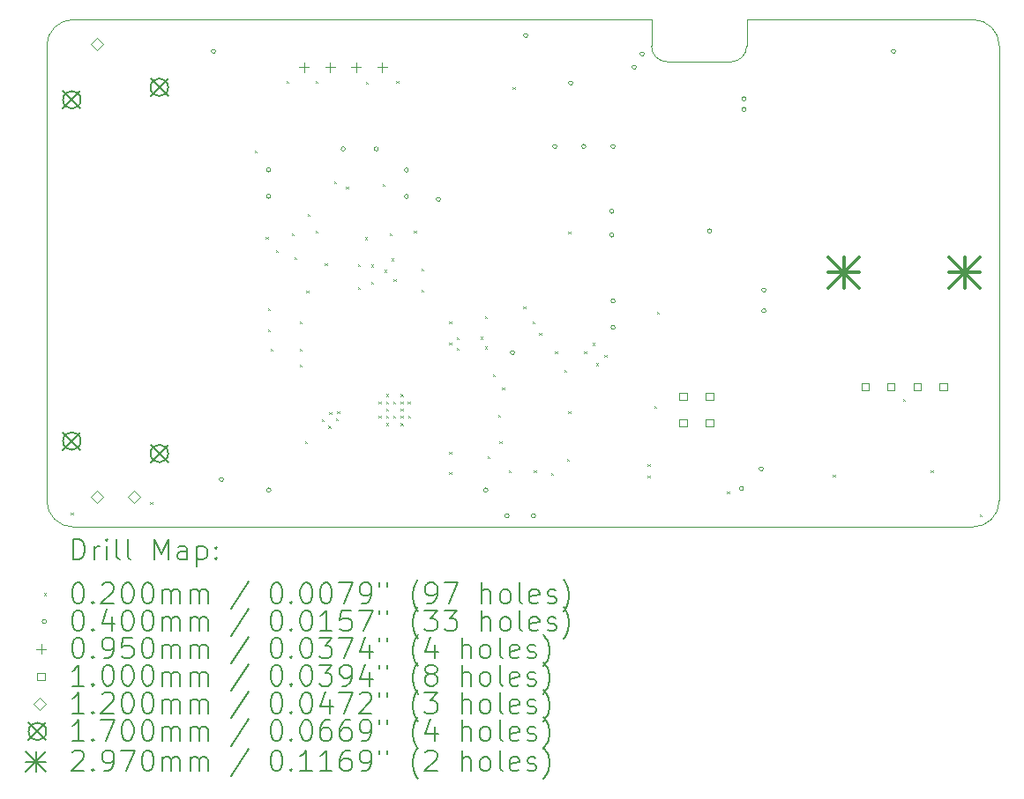
<source format=gbr>
%TF.GenerationSoftware,KiCad,Pcbnew,(6.0.9)*%
%TF.CreationDate,2024-01-21T16:39:31-05:00*%
%TF.ProjectId,v1-USMX,76312d55-534d-4582-9e6b-696361645f70,rev?*%
%TF.SameCoordinates,Original*%
%TF.FileFunction,Drillmap*%
%TF.FilePolarity,Positive*%
%FSLAX45Y45*%
G04 Gerber Fmt 4.5, Leading zero omitted, Abs format (unit mm)*
G04 Created by KiCad (PCBNEW (6.0.9)) date 2024-01-21 16:39:31*
%MOMM*%
%LPD*%
G01*
G04 APERTURE LIST*
%ADD10C,0.100000*%
%ADD11C,0.200000*%
%ADD12C,0.020000*%
%ADD13C,0.040000*%
%ADD14C,0.095000*%
%ADD15C,0.120000*%
%ADD16C,0.170000*%
%ADD17C,0.297000*%
G04 APERTURE END LIST*
D10*
X15659100Y-8280400D02*
X15659100Y-8026400D01*
X16421100Y-8432800D02*
X15811500Y-8432800D01*
X18999200Y-8280400D02*
X18999200Y-12649200D01*
X15659100Y-8026400D02*
X10109200Y-8026400D01*
X10109200Y-8026400D02*
G75*
G03*
X9855200Y-8280400I0J-254000D01*
G01*
X18999200Y-8280400D02*
G75*
G03*
X18745200Y-8026400I-254000J0D01*
G01*
X9855200Y-12649200D02*
G75*
G03*
X10109200Y-12903200I254000J0D01*
G01*
X18745200Y-12903200D02*
G75*
G03*
X18999200Y-12649200I0J254000D01*
G01*
X15659100Y-8280400D02*
G75*
G03*
X15811500Y-8432800I152400J0D01*
G01*
X10109200Y-12903200D02*
X18745200Y-12903200D01*
X16573500Y-8280400D02*
X16573500Y-8026400D01*
X9855200Y-8280400D02*
X9855200Y-12649200D01*
X16421100Y-8432800D02*
G75*
G03*
X16573500Y-8280400I0J152400D01*
G01*
X18745200Y-8026400D02*
X16573500Y-8026400D01*
D11*
D12*
X10086500Y-12766200D02*
X10106500Y-12786200D01*
X10106500Y-12766200D02*
X10086500Y-12786200D01*
X10848500Y-12664600D02*
X10868500Y-12684600D01*
X10868500Y-12664600D02*
X10848500Y-12684600D01*
X11851800Y-9286400D02*
X11871800Y-9306400D01*
X11871800Y-9286400D02*
X11851800Y-9306400D01*
X11958480Y-10114440D02*
X11978480Y-10134440D01*
X11978480Y-10114440D02*
X11958480Y-10134440D01*
X11978800Y-10797700D02*
X11998800Y-10817700D01*
X11998800Y-10797700D02*
X11978800Y-10817700D01*
X11978800Y-11000900D02*
X11998800Y-11020900D01*
X11998800Y-11000900D02*
X11978800Y-11020900D01*
X12004200Y-11191400D02*
X12024200Y-11211400D01*
X12024200Y-11191400D02*
X12004200Y-11211400D01*
X12055000Y-10238900D02*
X12075000Y-10258900D01*
X12075000Y-10238900D02*
X12055000Y-10258900D01*
X12156600Y-8613300D02*
X12176600Y-8633300D01*
X12176600Y-8613300D02*
X12156600Y-8633300D01*
X12205600Y-10078400D02*
X12225600Y-10098400D01*
X12225600Y-10078400D02*
X12205600Y-10098400D01*
X12232800Y-10307480D02*
X12252800Y-10327480D01*
X12252800Y-10307480D02*
X12232800Y-10327480D01*
X12283600Y-10924700D02*
X12303600Y-10944700D01*
X12303600Y-10924700D02*
X12283600Y-10944700D01*
X12283600Y-11191400D02*
X12303600Y-11211400D01*
X12303600Y-11191400D02*
X12283600Y-11211400D01*
X12283600Y-11343800D02*
X12303600Y-11363800D01*
X12303600Y-11343800D02*
X12283600Y-11363800D01*
X12334400Y-12079550D02*
X12354400Y-12099550D01*
X12354400Y-12079550D02*
X12334400Y-12099550D01*
X12347100Y-10632600D02*
X12367100Y-10652600D01*
X12367100Y-10632600D02*
X12347100Y-10652600D01*
X12359800Y-9896000D02*
X12379800Y-9916000D01*
X12379800Y-9896000D02*
X12359800Y-9916000D01*
X12436000Y-8613300D02*
X12456000Y-8633300D01*
X12456000Y-8613300D02*
X12436000Y-8633300D01*
X12436000Y-10053480D02*
X12456000Y-10073480D01*
X12456000Y-10053480D02*
X12436000Y-10073480D01*
X12495930Y-11868070D02*
X12515930Y-11888070D01*
X12515930Y-11868070D02*
X12495930Y-11888070D01*
X12524900Y-10365900D02*
X12544900Y-10385900D01*
X12544900Y-10365900D02*
X12524900Y-10385900D01*
X12559430Y-11931570D02*
X12579430Y-11951570D01*
X12579430Y-11931570D02*
X12559430Y-11951570D01*
X12566570Y-11797430D02*
X12586570Y-11817430D01*
X12586570Y-11797430D02*
X12566570Y-11817430D01*
X12613800Y-9578500D02*
X12633800Y-9598500D01*
X12633800Y-9578500D02*
X12613800Y-9598500D01*
X12630070Y-11860930D02*
X12650070Y-11880930D01*
X12650070Y-11860930D02*
X12630070Y-11880930D01*
X12642770Y-11791870D02*
X12662770Y-11811870D01*
X12662770Y-11791870D02*
X12642770Y-11811870D01*
X12726650Y-9629300D02*
X12746650Y-9649300D01*
X12746650Y-9629300D02*
X12726650Y-9649300D01*
X12841500Y-10595301D02*
X12861500Y-10615301D01*
X12861500Y-10595301D02*
X12841500Y-10615301D01*
X12842400Y-10378600D02*
X12862400Y-10398600D01*
X12862400Y-10378600D02*
X12842400Y-10398600D01*
X12912270Y-10118270D02*
X12932270Y-10138270D01*
X12932270Y-10118270D02*
X12912270Y-10138270D01*
X12918600Y-8626000D02*
X12938600Y-8646000D01*
X12938600Y-8626000D02*
X12918600Y-8646000D01*
X12968500Y-10381850D02*
X12988500Y-10401850D01*
X12988500Y-10381850D02*
X12968500Y-10401850D01*
X12968500Y-10544451D02*
X12988500Y-10564451D01*
X12988500Y-10544451D02*
X12968500Y-10564451D01*
X13040860Y-11696860D02*
X13060860Y-11716860D01*
X13060860Y-11696860D02*
X13040860Y-11716860D01*
X13040860Y-11834020D02*
X13060860Y-11854020D01*
X13060860Y-11834020D02*
X13040860Y-11854020D01*
X13080275Y-9607325D02*
X13100275Y-9627325D01*
X13100275Y-9607325D02*
X13080275Y-9627325D01*
X13096400Y-10431800D02*
X13116400Y-10451800D01*
X13116400Y-10431800D02*
X13096400Y-10451800D01*
X13111980Y-11625740D02*
X13131980Y-11645740D01*
X13131980Y-11625740D02*
X13111980Y-11645740D01*
X13111980Y-11696860D02*
X13131980Y-11716860D01*
X13131980Y-11696860D02*
X13111980Y-11716860D01*
X13111980Y-11765440D02*
X13131980Y-11785440D01*
X13131980Y-11765440D02*
X13111980Y-11785440D01*
X13111980Y-11834020D02*
X13131980Y-11854020D01*
X13131980Y-11834020D02*
X13111980Y-11854020D01*
X13111980Y-11905140D02*
X13131980Y-11925140D01*
X13131980Y-11905140D02*
X13111980Y-11925140D01*
X13145000Y-10078400D02*
X13165000Y-10098400D01*
X13165000Y-10078400D02*
X13145000Y-10098400D01*
X13165220Y-10320420D02*
X13185220Y-10340420D01*
X13185220Y-10320420D02*
X13165220Y-10340420D01*
X13180560Y-11696860D02*
X13200560Y-11716860D01*
X13200560Y-11696860D02*
X13180560Y-11716860D01*
X13183100Y-11834020D02*
X13203100Y-11854020D01*
X13203100Y-11834020D02*
X13183100Y-11854020D01*
X13184550Y-10518881D02*
X13204550Y-10538881D01*
X13204550Y-10518881D02*
X13184550Y-10538881D01*
X13210700Y-8613300D02*
X13230700Y-8633300D01*
X13230700Y-8613300D02*
X13210700Y-8633300D01*
X13251680Y-11625740D02*
X13271680Y-11645740D01*
X13271680Y-11625740D02*
X13251680Y-11645740D01*
X13251680Y-11696860D02*
X13271680Y-11716860D01*
X13271680Y-11696860D02*
X13251680Y-11716860D01*
X13251680Y-11765440D02*
X13271680Y-11785440D01*
X13271680Y-11765440D02*
X13251680Y-11785440D01*
X13251680Y-11834020D02*
X13271680Y-11854020D01*
X13271680Y-11834020D02*
X13251680Y-11854020D01*
X13251680Y-11905140D02*
X13271680Y-11925140D01*
X13271680Y-11905140D02*
X13251680Y-11925140D01*
X13320260Y-11696860D02*
X13340260Y-11716860D01*
X13340260Y-11696860D02*
X13320260Y-11716860D01*
X13322800Y-11834020D02*
X13342800Y-11854020D01*
X13342800Y-11834020D02*
X13322800Y-11854020D01*
X13380880Y-10053480D02*
X13400880Y-10073480D01*
X13400880Y-10053480D02*
X13380880Y-10073480D01*
X13452000Y-10416700D02*
X13472000Y-10436700D01*
X13472000Y-10416700D02*
X13452000Y-10436700D01*
X13452000Y-10619900D02*
X13472000Y-10639900D01*
X13472000Y-10619900D02*
X13452000Y-10639900D01*
X13718700Y-10924700D02*
X13738700Y-10944700D01*
X13738700Y-10924700D02*
X13718700Y-10944700D01*
X13718700Y-11127900D02*
X13738700Y-11147900D01*
X13738700Y-11127900D02*
X13718700Y-11147900D01*
X13718700Y-12182000D02*
X13738700Y-12202000D01*
X13738700Y-12182000D02*
X13718700Y-12202000D01*
X13718700Y-12372500D02*
X13738700Y-12392500D01*
X13738700Y-12372500D02*
X13718700Y-12392500D01*
X13792050Y-11178700D02*
X13812050Y-11198700D01*
X13812050Y-11178700D02*
X13792050Y-11198700D01*
X13792529Y-11077100D02*
X13812529Y-11097100D01*
X13812529Y-11077100D02*
X13792529Y-11097100D01*
X14018316Y-11075248D02*
X14038316Y-11095248D01*
X14038316Y-11075248D02*
X14018316Y-11095248D01*
X14058820Y-11168780D02*
X14078820Y-11188780D01*
X14078820Y-11168780D02*
X14058820Y-11188780D01*
X14061600Y-10873900D02*
X14081600Y-10893900D01*
X14081600Y-10873900D02*
X14061600Y-10893900D01*
X14087000Y-12220100D02*
X14107000Y-12240100D01*
X14107000Y-12220100D02*
X14087000Y-12240100D01*
X14137800Y-11432700D02*
X14157800Y-11452700D01*
X14157800Y-11432700D02*
X14137800Y-11452700D01*
X14188600Y-11826400D02*
X14208600Y-11846400D01*
X14208600Y-11826400D02*
X14188600Y-11846400D01*
X14201300Y-12080400D02*
X14221300Y-12100400D01*
X14221300Y-12080400D02*
X14201300Y-12100400D01*
X14226700Y-11559700D02*
X14246700Y-11579700D01*
X14246700Y-11559700D02*
X14226700Y-11579700D01*
X14290200Y-12359800D02*
X14310200Y-12379800D01*
X14310200Y-12359800D02*
X14290200Y-12379800D01*
X14328300Y-8676800D02*
X14348300Y-8696800D01*
X14348300Y-8676800D02*
X14328300Y-8696800D01*
X14429900Y-10785000D02*
X14449900Y-10805000D01*
X14449900Y-10785000D02*
X14429900Y-10805000D01*
X14518800Y-10925550D02*
X14538800Y-10945550D01*
X14538800Y-10925550D02*
X14518800Y-10945550D01*
X14531492Y-12358842D02*
X14551492Y-12378842D01*
X14551492Y-12358842D02*
X14531492Y-12378842D01*
X14582300Y-11039000D02*
X14602300Y-11059000D01*
X14602300Y-11039000D02*
X14582300Y-11059000D01*
X14694400Y-12385200D02*
X14714400Y-12405200D01*
X14714400Y-12385200D02*
X14694400Y-12405200D01*
X14734700Y-11216800D02*
X14754700Y-11236800D01*
X14754700Y-11216800D02*
X14734700Y-11236800D01*
X14823600Y-11394959D02*
X14843600Y-11414959D01*
X14843600Y-11394959D02*
X14823600Y-11414959D01*
X14849000Y-12245500D02*
X14869000Y-12265500D01*
X14869000Y-12245500D02*
X14849000Y-12265500D01*
X14861700Y-10061100D02*
X14881700Y-10081100D01*
X14881700Y-10061100D02*
X14861700Y-10081100D01*
X14861700Y-11788300D02*
X14881700Y-11808300D01*
X14881700Y-11788300D02*
X14861700Y-11808300D01*
X15013450Y-11217521D02*
X15033450Y-11237521D01*
X15033450Y-11217521D02*
X15013450Y-11237521D01*
X15096685Y-11134285D02*
X15116685Y-11154285D01*
X15116685Y-11134285D02*
X15096685Y-11154285D01*
X15126516Y-11330587D02*
X15146516Y-11350587D01*
X15146516Y-11330587D02*
X15126516Y-11350587D01*
X15209752Y-11247352D02*
X15229752Y-11267352D01*
X15229752Y-11247352D02*
X15209752Y-11267352D01*
X15623700Y-12296350D02*
X15643700Y-12316350D01*
X15643700Y-12296350D02*
X15623700Y-12316350D01*
X15623700Y-12406450D02*
X15643700Y-12426450D01*
X15643700Y-12406450D02*
X15623700Y-12426450D01*
X15687200Y-11737500D02*
X15707200Y-11757500D01*
X15707200Y-11737500D02*
X15687200Y-11757500D01*
X15712600Y-10835800D02*
X15732600Y-10855800D01*
X15732600Y-10835800D02*
X15712600Y-10855800D01*
X16385700Y-12563000D02*
X16405700Y-12583000D01*
X16405700Y-12563000D02*
X16385700Y-12583000D01*
X17401700Y-12397900D02*
X17421700Y-12417900D01*
X17421700Y-12397900D02*
X17401700Y-12417900D01*
X18074800Y-11674000D02*
X18094800Y-11694000D01*
X18094800Y-11674000D02*
X18074800Y-11694000D01*
X18341500Y-12359800D02*
X18361500Y-12379800D01*
X18361500Y-12359800D02*
X18341500Y-12379800D01*
X18811400Y-12778900D02*
X18831400Y-12798900D01*
X18831400Y-12778900D02*
X18811400Y-12798900D01*
D13*
X11475400Y-8331200D02*
G75*
G03*
X11475400Y-8331200I-20000J0D01*
G01*
X11551600Y-12446000D02*
G75*
G03*
X11551600Y-12446000I-20000J0D01*
G01*
X12004100Y-9472200D02*
G75*
G03*
X12004100Y-9472200I-20000J0D01*
G01*
X12004100Y-9726200D02*
G75*
G03*
X12004100Y-9726200I-20000J0D01*
G01*
X12006600Y-12547600D02*
G75*
G03*
X12006600Y-12547600I-20000J0D01*
G01*
X12721100Y-9269900D02*
G75*
G03*
X12721100Y-9269900I-20000J0D01*
G01*
X13038600Y-9269900D02*
G75*
G03*
X13038600Y-9269900I-20000J0D01*
G01*
X13327400Y-9472200D02*
G75*
G03*
X13327400Y-9472200I-20000J0D01*
G01*
X13327400Y-9726200D02*
G75*
G03*
X13327400Y-9726200I-20000J0D01*
G01*
X13634400Y-9753600D02*
G75*
G03*
X13634400Y-9753600I-20000J0D01*
G01*
X14089400Y-12547600D02*
G75*
G03*
X14089400Y-12547600I-20000J0D01*
G01*
X14292600Y-12795000D02*
G75*
G03*
X14292600Y-12795000I-20000J0D01*
G01*
X14345600Y-11226800D02*
G75*
G03*
X14345600Y-11226800I-20000J0D01*
G01*
X14472600Y-8178800D02*
G75*
G03*
X14472600Y-8178800I-20000J0D01*
G01*
X14546600Y-12795000D02*
G75*
G03*
X14546600Y-12795000I-20000J0D01*
G01*
X14752000Y-9245600D02*
G75*
G03*
X14752000Y-9245600I-20000J0D01*
G01*
X14904400Y-8636000D02*
G75*
G03*
X14904400Y-8636000I-20000J0D01*
G01*
X15030400Y-9245600D02*
G75*
G03*
X15030400Y-9245600I-20000J0D01*
G01*
X15298100Y-9867900D02*
G75*
G03*
X15298100Y-9867900I-20000J0D01*
G01*
X15298100Y-10096500D02*
G75*
G03*
X15298100Y-10096500I-20000J0D01*
G01*
X15310800Y-9245600D02*
G75*
G03*
X15310800Y-9245600I-20000J0D01*
G01*
X15310800Y-10731500D02*
G75*
G03*
X15310800Y-10731500I-20000J0D01*
G01*
X15310800Y-10985500D02*
G75*
G03*
X15310800Y-10985500I-20000J0D01*
G01*
X15514000Y-8483600D02*
G75*
G03*
X15514000Y-8483600I-20000J0D01*
G01*
X15590200Y-8356600D02*
G75*
G03*
X15590200Y-8356600I-20000J0D01*
G01*
X16238400Y-10058400D02*
G75*
G03*
X16238400Y-10058400I-20000J0D01*
G01*
X16543247Y-12534353D02*
G75*
G03*
X16543247Y-12534353I-20000J0D01*
G01*
X16568100Y-8788400D02*
G75*
G03*
X16568100Y-8788400I-20000J0D01*
G01*
X16568100Y-8890000D02*
G75*
G03*
X16568100Y-8890000I-20000J0D01*
G01*
X16733200Y-12344400D02*
G75*
G03*
X16733200Y-12344400I-20000J0D01*
G01*
X16758600Y-10625650D02*
G75*
G03*
X16758600Y-10625650I-20000J0D01*
G01*
X16758600Y-10825550D02*
G75*
G03*
X16758600Y-10825550I-20000J0D01*
G01*
X18003200Y-8331200D02*
G75*
G03*
X18003200Y-8331200I-20000J0D01*
G01*
D14*
X12325000Y-8437800D02*
X12325000Y-8532800D01*
X12277500Y-8485300D02*
X12372500Y-8485300D01*
X12575000Y-8437800D02*
X12575000Y-8532800D01*
X12527500Y-8485300D02*
X12622500Y-8485300D01*
X12825000Y-8437800D02*
X12825000Y-8532800D01*
X12777500Y-8485300D02*
X12872500Y-8485300D01*
X13075000Y-8437800D02*
X13075000Y-8532800D01*
X13027500Y-8485300D02*
X13122500Y-8485300D01*
D10*
X15999256Y-11681256D02*
X15999256Y-11610544D01*
X15928544Y-11610544D01*
X15928544Y-11681256D01*
X15999256Y-11681256D01*
X15999256Y-11935256D02*
X15999256Y-11864544D01*
X15928544Y-11864544D01*
X15928544Y-11935256D01*
X15999256Y-11935256D01*
X16253256Y-11681256D02*
X16253256Y-11610544D01*
X16182544Y-11610544D01*
X16182544Y-11681256D01*
X16253256Y-11681256D01*
X16253256Y-11935256D02*
X16253256Y-11864544D01*
X16182544Y-11864544D01*
X16182544Y-11935256D01*
X16253256Y-11935256D01*
X17745156Y-11591656D02*
X17745156Y-11520944D01*
X17674444Y-11520944D01*
X17674444Y-11591656D01*
X17745156Y-11591656D01*
X17995156Y-11591656D02*
X17995156Y-11520944D01*
X17924444Y-11520944D01*
X17924444Y-11591656D01*
X17995156Y-11591656D01*
X18245156Y-11591656D02*
X18245156Y-11520944D01*
X18174444Y-11520944D01*
X18174444Y-11591656D01*
X18245156Y-11591656D01*
X18495156Y-11591656D02*
X18495156Y-11520944D01*
X18424444Y-11520944D01*
X18424444Y-11591656D01*
X18495156Y-11591656D01*
D15*
X10340600Y-8322300D02*
X10400600Y-8262300D01*
X10340600Y-8202300D01*
X10280600Y-8262300D01*
X10340600Y-8322300D01*
X10340600Y-12672300D02*
X10400600Y-12612300D01*
X10340600Y-12552300D01*
X10280600Y-12612300D01*
X10340600Y-12672300D01*
X10690600Y-12672300D02*
X10750600Y-12612300D01*
X10690600Y-12552300D01*
X10630600Y-12612300D01*
X10690600Y-12672300D01*
D16*
X10010600Y-8712300D02*
X10180600Y-8882300D01*
X10180600Y-8712300D02*
X10010600Y-8882300D01*
X10180600Y-8797300D02*
G75*
G03*
X10180600Y-8797300I-85000J0D01*
G01*
X10010600Y-11992300D02*
X10180600Y-12162300D01*
X10180600Y-11992300D02*
X10010600Y-12162300D01*
X10180600Y-12077300D02*
G75*
G03*
X10180600Y-12077300I-85000J0D01*
G01*
X10850600Y-8592300D02*
X11020600Y-8762300D01*
X11020600Y-8592300D02*
X10850600Y-8762300D01*
X11020600Y-8677300D02*
G75*
G03*
X11020600Y-8677300I-85000J0D01*
G01*
X10850600Y-12112300D02*
X11020600Y-12282300D01*
X11020600Y-12112300D02*
X10850600Y-12282300D01*
X11020600Y-12197300D02*
G75*
G03*
X11020600Y-12197300I-85000J0D01*
G01*
D17*
X17356300Y-10307800D02*
X17653300Y-10604800D01*
X17653300Y-10307800D02*
X17356300Y-10604800D01*
X17504800Y-10307800D02*
X17504800Y-10604800D01*
X17356300Y-10456300D02*
X17653300Y-10456300D01*
X18516300Y-10307800D02*
X18813300Y-10604800D01*
X18813300Y-10307800D02*
X18516300Y-10604800D01*
X18664800Y-10307800D02*
X18664800Y-10604800D01*
X18516300Y-10456300D02*
X18813300Y-10456300D01*
D11*
X10107819Y-13218676D02*
X10107819Y-13018676D01*
X10155438Y-13018676D01*
X10184009Y-13028200D01*
X10203057Y-13047248D01*
X10212581Y-13066295D01*
X10222105Y-13104390D01*
X10222105Y-13132962D01*
X10212581Y-13171057D01*
X10203057Y-13190105D01*
X10184009Y-13209152D01*
X10155438Y-13218676D01*
X10107819Y-13218676D01*
X10307819Y-13218676D02*
X10307819Y-13085343D01*
X10307819Y-13123438D02*
X10317343Y-13104390D01*
X10326867Y-13094867D01*
X10345914Y-13085343D01*
X10364962Y-13085343D01*
X10431628Y-13218676D02*
X10431628Y-13085343D01*
X10431628Y-13018676D02*
X10422105Y-13028200D01*
X10431628Y-13037724D01*
X10441152Y-13028200D01*
X10431628Y-13018676D01*
X10431628Y-13037724D01*
X10555438Y-13218676D02*
X10536390Y-13209152D01*
X10526867Y-13190105D01*
X10526867Y-13018676D01*
X10660200Y-13218676D02*
X10641152Y-13209152D01*
X10631628Y-13190105D01*
X10631628Y-13018676D01*
X10888771Y-13218676D02*
X10888771Y-13018676D01*
X10955438Y-13161533D01*
X11022105Y-13018676D01*
X11022105Y-13218676D01*
X11203057Y-13218676D02*
X11203057Y-13113914D01*
X11193533Y-13094867D01*
X11174486Y-13085343D01*
X11136390Y-13085343D01*
X11117343Y-13094867D01*
X11203057Y-13209152D02*
X11184009Y-13218676D01*
X11136390Y-13218676D01*
X11117343Y-13209152D01*
X11107819Y-13190105D01*
X11107819Y-13171057D01*
X11117343Y-13152009D01*
X11136390Y-13142486D01*
X11184009Y-13142486D01*
X11203057Y-13132962D01*
X11298295Y-13085343D02*
X11298295Y-13285343D01*
X11298295Y-13094867D02*
X11317343Y-13085343D01*
X11355438Y-13085343D01*
X11374486Y-13094867D01*
X11384009Y-13104390D01*
X11393533Y-13123438D01*
X11393533Y-13180581D01*
X11384009Y-13199628D01*
X11374486Y-13209152D01*
X11355438Y-13218676D01*
X11317343Y-13218676D01*
X11298295Y-13209152D01*
X11479247Y-13199628D02*
X11488771Y-13209152D01*
X11479247Y-13218676D01*
X11469724Y-13209152D01*
X11479247Y-13199628D01*
X11479247Y-13218676D01*
X11479247Y-13094867D02*
X11488771Y-13104390D01*
X11479247Y-13113914D01*
X11469724Y-13104390D01*
X11479247Y-13094867D01*
X11479247Y-13113914D01*
D12*
X9830200Y-13538200D02*
X9850200Y-13558200D01*
X9850200Y-13538200D02*
X9830200Y-13558200D01*
D11*
X10145914Y-13438676D02*
X10164962Y-13438676D01*
X10184009Y-13448200D01*
X10193533Y-13457724D01*
X10203057Y-13476771D01*
X10212581Y-13514867D01*
X10212581Y-13562486D01*
X10203057Y-13600581D01*
X10193533Y-13619628D01*
X10184009Y-13629152D01*
X10164962Y-13638676D01*
X10145914Y-13638676D01*
X10126867Y-13629152D01*
X10117343Y-13619628D01*
X10107819Y-13600581D01*
X10098295Y-13562486D01*
X10098295Y-13514867D01*
X10107819Y-13476771D01*
X10117343Y-13457724D01*
X10126867Y-13448200D01*
X10145914Y-13438676D01*
X10298295Y-13619628D02*
X10307819Y-13629152D01*
X10298295Y-13638676D01*
X10288771Y-13629152D01*
X10298295Y-13619628D01*
X10298295Y-13638676D01*
X10384009Y-13457724D02*
X10393533Y-13448200D01*
X10412581Y-13438676D01*
X10460200Y-13438676D01*
X10479248Y-13448200D01*
X10488771Y-13457724D01*
X10498295Y-13476771D01*
X10498295Y-13495819D01*
X10488771Y-13524390D01*
X10374486Y-13638676D01*
X10498295Y-13638676D01*
X10622105Y-13438676D02*
X10641152Y-13438676D01*
X10660200Y-13448200D01*
X10669724Y-13457724D01*
X10679248Y-13476771D01*
X10688771Y-13514867D01*
X10688771Y-13562486D01*
X10679248Y-13600581D01*
X10669724Y-13619628D01*
X10660200Y-13629152D01*
X10641152Y-13638676D01*
X10622105Y-13638676D01*
X10603057Y-13629152D01*
X10593533Y-13619628D01*
X10584009Y-13600581D01*
X10574486Y-13562486D01*
X10574486Y-13514867D01*
X10584009Y-13476771D01*
X10593533Y-13457724D01*
X10603057Y-13448200D01*
X10622105Y-13438676D01*
X10812581Y-13438676D02*
X10831628Y-13438676D01*
X10850676Y-13448200D01*
X10860200Y-13457724D01*
X10869724Y-13476771D01*
X10879248Y-13514867D01*
X10879248Y-13562486D01*
X10869724Y-13600581D01*
X10860200Y-13619628D01*
X10850676Y-13629152D01*
X10831628Y-13638676D01*
X10812581Y-13638676D01*
X10793533Y-13629152D01*
X10784009Y-13619628D01*
X10774486Y-13600581D01*
X10764962Y-13562486D01*
X10764962Y-13514867D01*
X10774486Y-13476771D01*
X10784009Y-13457724D01*
X10793533Y-13448200D01*
X10812581Y-13438676D01*
X10964962Y-13638676D02*
X10964962Y-13505343D01*
X10964962Y-13524390D02*
X10974486Y-13514867D01*
X10993533Y-13505343D01*
X11022105Y-13505343D01*
X11041152Y-13514867D01*
X11050676Y-13533914D01*
X11050676Y-13638676D01*
X11050676Y-13533914D02*
X11060200Y-13514867D01*
X11079248Y-13505343D01*
X11107819Y-13505343D01*
X11126867Y-13514867D01*
X11136390Y-13533914D01*
X11136390Y-13638676D01*
X11231628Y-13638676D02*
X11231628Y-13505343D01*
X11231628Y-13524390D02*
X11241152Y-13514867D01*
X11260200Y-13505343D01*
X11288771Y-13505343D01*
X11307819Y-13514867D01*
X11317343Y-13533914D01*
X11317343Y-13638676D01*
X11317343Y-13533914D02*
X11326866Y-13514867D01*
X11345914Y-13505343D01*
X11374486Y-13505343D01*
X11393533Y-13514867D01*
X11403057Y-13533914D01*
X11403057Y-13638676D01*
X11793533Y-13429152D02*
X11622105Y-13686295D01*
X12050676Y-13438676D02*
X12069724Y-13438676D01*
X12088771Y-13448200D01*
X12098295Y-13457724D01*
X12107819Y-13476771D01*
X12117343Y-13514867D01*
X12117343Y-13562486D01*
X12107819Y-13600581D01*
X12098295Y-13619628D01*
X12088771Y-13629152D01*
X12069724Y-13638676D01*
X12050676Y-13638676D01*
X12031628Y-13629152D01*
X12022105Y-13619628D01*
X12012581Y-13600581D01*
X12003057Y-13562486D01*
X12003057Y-13514867D01*
X12012581Y-13476771D01*
X12022105Y-13457724D01*
X12031628Y-13448200D01*
X12050676Y-13438676D01*
X12203057Y-13619628D02*
X12212581Y-13629152D01*
X12203057Y-13638676D01*
X12193533Y-13629152D01*
X12203057Y-13619628D01*
X12203057Y-13638676D01*
X12336390Y-13438676D02*
X12355438Y-13438676D01*
X12374486Y-13448200D01*
X12384009Y-13457724D01*
X12393533Y-13476771D01*
X12403057Y-13514867D01*
X12403057Y-13562486D01*
X12393533Y-13600581D01*
X12384009Y-13619628D01*
X12374486Y-13629152D01*
X12355438Y-13638676D01*
X12336390Y-13638676D01*
X12317343Y-13629152D01*
X12307819Y-13619628D01*
X12298295Y-13600581D01*
X12288771Y-13562486D01*
X12288771Y-13514867D01*
X12298295Y-13476771D01*
X12307819Y-13457724D01*
X12317343Y-13448200D01*
X12336390Y-13438676D01*
X12526866Y-13438676D02*
X12545914Y-13438676D01*
X12564962Y-13448200D01*
X12574486Y-13457724D01*
X12584009Y-13476771D01*
X12593533Y-13514867D01*
X12593533Y-13562486D01*
X12584009Y-13600581D01*
X12574486Y-13619628D01*
X12564962Y-13629152D01*
X12545914Y-13638676D01*
X12526866Y-13638676D01*
X12507819Y-13629152D01*
X12498295Y-13619628D01*
X12488771Y-13600581D01*
X12479247Y-13562486D01*
X12479247Y-13514867D01*
X12488771Y-13476771D01*
X12498295Y-13457724D01*
X12507819Y-13448200D01*
X12526866Y-13438676D01*
X12660200Y-13438676D02*
X12793533Y-13438676D01*
X12707819Y-13638676D01*
X12879247Y-13638676D02*
X12917343Y-13638676D01*
X12936390Y-13629152D01*
X12945914Y-13619628D01*
X12964962Y-13591057D01*
X12974486Y-13552962D01*
X12974486Y-13476771D01*
X12964962Y-13457724D01*
X12955438Y-13448200D01*
X12936390Y-13438676D01*
X12898295Y-13438676D01*
X12879247Y-13448200D01*
X12869724Y-13457724D01*
X12860200Y-13476771D01*
X12860200Y-13524390D01*
X12869724Y-13543438D01*
X12879247Y-13552962D01*
X12898295Y-13562486D01*
X12936390Y-13562486D01*
X12955438Y-13552962D01*
X12964962Y-13543438D01*
X12974486Y-13524390D01*
X13050676Y-13438676D02*
X13050676Y-13476771D01*
X13126866Y-13438676D02*
X13126866Y-13476771D01*
X13422105Y-13714867D02*
X13412581Y-13705343D01*
X13393533Y-13676771D01*
X13384009Y-13657724D01*
X13374486Y-13629152D01*
X13364962Y-13581533D01*
X13364962Y-13543438D01*
X13374486Y-13495819D01*
X13384009Y-13467248D01*
X13393533Y-13448200D01*
X13412581Y-13419628D01*
X13422105Y-13410105D01*
X13507819Y-13638676D02*
X13545914Y-13638676D01*
X13564962Y-13629152D01*
X13574486Y-13619628D01*
X13593533Y-13591057D01*
X13603057Y-13552962D01*
X13603057Y-13476771D01*
X13593533Y-13457724D01*
X13584009Y-13448200D01*
X13564962Y-13438676D01*
X13526866Y-13438676D01*
X13507819Y-13448200D01*
X13498295Y-13457724D01*
X13488771Y-13476771D01*
X13488771Y-13524390D01*
X13498295Y-13543438D01*
X13507819Y-13552962D01*
X13526866Y-13562486D01*
X13564962Y-13562486D01*
X13584009Y-13552962D01*
X13593533Y-13543438D01*
X13603057Y-13524390D01*
X13669724Y-13438676D02*
X13803057Y-13438676D01*
X13717343Y-13638676D01*
X14031628Y-13638676D02*
X14031628Y-13438676D01*
X14117343Y-13638676D02*
X14117343Y-13533914D01*
X14107819Y-13514867D01*
X14088771Y-13505343D01*
X14060200Y-13505343D01*
X14041152Y-13514867D01*
X14031628Y-13524390D01*
X14241152Y-13638676D02*
X14222105Y-13629152D01*
X14212581Y-13619628D01*
X14203057Y-13600581D01*
X14203057Y-13543438D01*
X14212581Y-13524390D01*
X14222105Y-13514867D01*
X14241152Y-13505343D01*
X14269724Y-13505343D01*
X14288771Y-13514867D01*
X14298295Y-13524390D01*
X14307819Y-13543438D01*
X14307819Y-13600581D01*
X14298295Y-13619628D01*
X14288771Y-13629152D01*
X14269724Y-13638676D01*
X14241152Y-13638676D01*
X14422105Y-13638676D02*
X14403057Y-13629152D01*
X14393533Y-13610105D01*
X14393533Y-13438676D01*
X14574486Y-13629152D02*
X14555438Y-13638676D01*
X14517343Y-13638676D01*
X14498295Y-13629152D01*
X14488771Y-13610105D01*
X14488771Y-13533914D01*
X14498295Y-13514867D01*
X14517343Y-13505343D01*
X14555438Y-13505343D01*
X14574486Y-13514867D01*
X14584009Y-13533914D01*
X14584009Y-13552962D01*
X14488771Y-13572009D01*
X14660200Y-13629152D02*
X14679247Y-13638676D01*
X14717343Y-13638676D01*
X14736390Y-13629152D01*
X14745914Y-13610105D01*
X14745914Y-13600581D01*
X14736390Y-13581533D01*
X14717343Y-13572009D01*
X14688771Y-13572009D01*
X14669724Y-13562486D01*
X14660200Y-13543438D01*
X14660200Y-13533914D01*
X14669724Y-13514867D01*
X14688771Y-13505343D01*
X14717343Y-13505343D01*
X14736390Y-13514867D01*
X14812581Y-13714867D02*
X14822105Y-13705343D01*
X14841152Y-13676771D01*
X14850676Y-13657724D01*
X14860200Y-13629152D01*
X14869724Y-13581533D01*
X14869724Y-13543438D01*
X14860200Y-13495819D01*
X14850676Y-13467248D01*
X14841152Y-13448200D01*
X14822105Y-13419628D01*
X14812581Y-13410105D01*
D13*
X9850200Y-13812200D02*
G75*
G03*
X9850200Y-13812200I-20000J0D01*
G01*
D11*
X10145914Y-13702676D02*
X10164962Y-13702676D01*
X10184009Y-13712200D01*
X10193533Y-13721724D01*
X10203057Y-13740771D01*
X10212581Y-13778867D01*
X10212581Y-13826486D01*
X10203057Y-13864581D01*
X10193533Y-13883628D01*
X10184009Y-13893152D01*
X10164962Y-13902676D01*
X10145914Y-13902676D01*
X10126867Y-13893152D01*
X10117343Y-13883628D01*
X10107819Y-13864581D01*
X10098295Y-13826486D01*
X10098295Y-13778867D01*
X10107819Y-13740771D01*
X10117343Y-13721724D01*
X10126867Y-13712200D01*
X10145914Y-13702676D01*
X10298295Y-13883628D02*
X10307819Y-13893152D01*
X10298295Y-13902676D01*
X10288771Y-13893152D01*
X10298295Y-13883628D01*
X10298295Y-13902676D01*
X10479248Y-13769343D02*
X10479248Y-13902676D01*
X10431628Y-13693152D02*
X10384009Y-13836009D01*
X10507819Y-13836009D01*
X10622105Y-13702676D02*
X10641152Y-13702676D01*
X10660200Y-13712200D01*
X10669724Y-13721724D01*
X10679248Y-13740771D01*
X10688771Y-13778867D01*
X10688771Y-13826486D01*
X10679248Y-13864581D01*
X10669724Y-13883628D01*
X10660200Y-13893152D01*
X10641152Y-13902676D01*
X10622105Y-13902676D01*
X10603057Y-13893152D01*
X10593533Y-13883628D01*
X10584009Y-13864581D01*
X10574486Y-13826486D01*
X10574486Y-13778867D01*
X10584009Y-13740771D01*
X10593533Y-13721724D01*
X10603057Y-13712200D01*
X10622105Y-13702676D01*
X10812581Y-13702676D02*
X10831628Y-13702676D01*
X10850676Y-13712200D01*
X10860200Y-13721724D01*
X10869724Y-13740771D01*
X10879248Y-13778867D01*
X10879248Y-13826486D01*
X10869724Y-13864581D01*
X10860200Y-13883628D01*
X10850676Y-13893152D01*
X10831628Y-13902676D01*
X10812581Y-13902676D01*
X10793533Y-13893152D01*
X10784009Y-13883628D01*
X10774486Y-13864581D01*
X10764962Y-13826486D01*
X10764962Y-13778867D01*
X10774486Y-13740771D01*
X10784009Y-13721724D01*
X10793533Y-13712200D01*
X10812581Y-13702676D01*
X10964962Y-13902676D02*
X10964962Y-13769343D01*
X10964962Y-13788390D02*
X10974486Y-13778867D01*
X10993533Y-13769343D01*
X11022105Y-13769343D01*
X11041152Y-13778867D01*
X11050676Y-13797914D01*
X11050676Y-13902676D01*
X11050676Y-13797914D02*
X11060200Y-13778867D01*
X11079248Y-13769343D01*
X11107819Y-13769343D01*
X11126867Y-13778867D01*
X11136390Y-13797914D01*
X11136390Y-13902676D01*
X11231628Y-13902676D02*
X11231628Y-13769343D01*
X11231628Y-13788390D02*
X11241152Y-13778867D01*
X11260200Y-13769343D01*
X11288771Y-13769343D01*
X11307819Y-13778867D01*
X11317343Y-13797914D01*
X11317343Y-13902676D01*
X11317343Y-13797914D02*
X11326866Y-13778867D01*
X11345914Y-13769343D01*
X11374486Y-13769343D01*
X11393533Y-13778867D01*
X11403057Y-13797914D01*
X11403057Y-13902676D01*
X11793533Y-13693152D02*
X11622105Y-13950295D01*
X12050676Y-13702676D02*
X12069724Y-13702676D01*
X12088771Y-13712200D01*
X12098295Y-13721724D01*
X12107819Y-13740771D01*
X12117343Y-13778867D01*
X12117343Y-13826486D01*
X12107819Y-13864581D01*
X12098295Y-13883628D01*
X12088771Y-13893152D01*
X12069724Y-13902676D01*
X12050676Y-13902676D01*
X12031628Y-13893152D01*
X12022105Y-13883628D01*
X12012581Y-13864581D01*
X12003057Y-13826486D01*
X12003057Y-13778867D01*
X12012581Y-13740771D01*
X12022105Y-13721724D01*
X12031628Y-13712200D01*
X12050676Y-13702676D01*
X12203057Y-13883628D02*
X12212581Y-13893152D01*
X12203057Y-13902676D01*
X12193533Y-13893152D01*
X12203057Y-13883628D01*
X12203057Y-13902676D01*
X12336390Y-13702676D02*
X12355438Y-13702676D01*
X12374486Y-13712200D01*
X12384009Y-13721724D01*
X12393533Y-13740771D01*
X12403057Y-13778867D01*
X12403057Y-13826486D01*
X12393533Y-13864581D01*
X12384009Y-13883628D01*
X12374486Y-13893152D01*
X12355438Y-13902676D01*
X12336390Y-13902676D01*
X12317343Y-13893152D01*
X12307819Y-13883628D01*
X12298295Y-13864581D01*
X12288771Y-13826486D01*
X12288771Y-13778867D01*
X12298295Y-13740771D01*
X12307819Y-13721724D01*
X12317343Y-13712200D01*
X12336390Y-13702676D01*
X12593533Y-13902676D02*
X12479247Y-13902676D01*
X12536390Y-13902676D02*
X12536390Y-13702676D01*
X12517343Y-13731248D01*
X12498295Y-13750295D01*
X12479247Y-13759819D01*
X12774486Y-13702676D02*
X12679247Y-13702676D01*
X12669724Y-13797914D01*
X12679247Y-13788390D01*
X12698295Y-13778867D01*
X12745914Y-13778867D01*
X12764962Y-13788390D01*
X12774486Y-13797914D01*
X12784009Y-13816962D01*
X12784009Y-13864581D01*
X12774486Y-13883628D01*
X12764962Y-13893152D01*
X12745914Y-13902676D01*
X12698295Y-13902676D01*
X12679247Y-13893152D01*
X12669724Y-13883628D01*
X12850676Y-13702676D02*
X12984009Y-13702676D01*
X12898295Y-13902676D01*
X13050676Y-13702676D02*
X13050676Y-13740771D01*
X13126866Y-13702676D02*
X13126866Y-13740771D01*
X13422105Y-13978867D02*
X13412581Y-13969343D01*
X13393533Y-13940771D01*
X13384009Y-13921724D01*
X13374486Y-13893152D01*
X13364962Y-13845533D01*
X13364962Y-13807438D01*
X13374486Y-13759819D01*
X13384009Y-13731248D01*
X13393533Y-13712200D01*
X13412581Y-13683628D01*
X13422105Y-13674105D01*
X13479247Y-13702676D02*
X13603057Y-13702676D01*
X13536390Y-13778867D01*
X13564962Y-13778867D01*
X13584009Y-13788390D01*
X13593533Y-13797914D01*
X13603057Y-13816962D01*
X13603057Y-13864581D01*
X13593533Y-13883628D01*
X13584009Y-13893152D01*
X13564962Y-13902676D01*
X13507819Y-13902676D01*
X13488771Y-13893152D01*
X13479247Y-13883628D01*
X13669724Y-13702676D02*
X13793533Y-13702676D01*
X13726866Y-13778867D01*
X13755438Y-13778867D01*
X13774486Y-13788390D01*
X13784009Y-13797914D01*
X13793533Y-13816962D01*
X13793533Y-13864581D01*
X13784009Y-13883628D01*
X13774486Y-13893152D01*
X13755438Y-13902676D01*
X13698295Y-13902676D01*
X13679247Y-13893152D01*
X13669724Y-13883628D01*
X14031628Y-13902676D02*
X14031628Y-13702676D01*
X14117343Y-13902676D02*
X14117343Y-13797914D01*
X14107819Y-13778867D01*
X14088771Y-13769343D01*
X14060200Y-13769343D01*
X14041152Y-13778867D01*
X14031628Y-13788390D01*
X14241152Y-13902676D02*
X14222105Y-13893152D01*
X14212581Y-13883628D01*
X14203057Y-13864581D01*
X14203057Y-13807438D01*
X14212581Y-13788390D01*
X14222105Y-13778867D01*
X14241152Y-13769343D01*
X14269724Y-13769343D01*
X14288771Y-13778867D01*
X14298295Y-13788390D01*
X14307819Y-13807438D01*
X14307819Y-13864581D01*
X14298295Y-13883628D01*
X14288771Y-13893152D01*
X14269724Y-13902676D01*
X14241152Y-13902676D01*
X14422105Y-13902676D02*
X14403057Y-13893152D01*
X14393533Y-13874105D01*
X14393533Y-13702676D01*
X14574486Y-13893152D02*
X14555438Y-13902676D01*
X14517343Y-13902676D01*
X14498295Y-13893152D01*
X14488771Y-13874105D01*
X14488771Y-13797914D01*
X14498295Y-13778867D01*
X14517343Y-13769343D01*
X14555438Y-13769343D01*
X14574486Y-13778867D01*
X14584009Y-13797914D01*
X14584009Y-13816962D01*
X14488771Y-13836009D01*
X14660200Y-13893152D02*
X14679247Y-13902676D01*
X14717343Y-13902676D01*
X14736390Y-13893152D01*
X14745914Y-13874105D01*
X14745914Y-13864581D01*
X14736390Y-13845533D01*
X14717343Y-13836009D01*
X14688771Y-13836009D01*
X14669724Y-13826486D01*
X14660200Y-13807438D01*
X14660200Y-13797914D01*
X14669724Y-13778867D01*
X14688771Y-13769343D01*
X14717343Y-13769343D01*
X14736390Y-13778867D01*
X14812581Y-13978867D02*
X14822105Y-13969343D01*
X14841152Y-13940771D01*
X14850676Y-13921724D01*
X14860200Y-13893152D01*
X14869724Y-13845533D01*
X14869724Y-13807438D01*
X14860200Y-13759819D01*
X14850676Y-13731248D01*
X14841152Y-13712200D01*
X14822105Y-13683628D01*
X14812581Y-13674105D01*
D14*
X9802700Y-14028700D02*
X9802700Y-14123700D01*
X9755200Y-14076200D02*
X9850200Y-14076200D01*
D11*
X10145914Y-13966676D02*
X10164962Y-13966676D01*
X10184009Y-13976200D01*
X10193533Y-13985724D01*
X10203057Y-14004771D01*
X10212581Y-14042867D01*
X10212581Y-14090486D01*
X10203057Y-14128581D01*
X10193533Y-14147628D01*
X10184009Y-14157152D01*
X10164962Y-14166676D01*
X10145914Y-14166676D01*
X10126867Y-14157152D01*
X10117343Y-14147628D01*
X10107819Y-14128581D01*
X10098295Y-14090486D01*
X10098295Y-14042867D01*
X10107819Y-14004771D01*
X10117343Y-13985724D01*
X10126867Y-13976200D01*
X10145914Y-13966676D01*
X10298295Y-14147628D02*
X10307819Y-14157152D01*
X10298295Y-14166676D01*
X10288771Y-14157152D01*
X10298295Y-14147628D01*
X10298295Y-14166676D01*
X10403057Y-14166676D02*
X10441152Y-14166676D01*
X10460200Y-14157152D01*
X10469724Y-14147628D01*
X10488771Y-14119057D01*
X10498295Y-14080962D01*
X10498295Y-14004771D01*
X10488771Y-13985724D01*
X10479248Y-13976200D01*
X10460200Y-13966676D01*
X10422105Y-13966676D01*
X10403057Y-13976200D01*
X10393533Y-13985724D01*
X10384009Y-14004771D01*
X10384009Y-14052390D01*
X10393533Y-14071438D01*
X10403057Y-14080962D01*
X10422105Y-14090486D01*
X10460200Y-14090486D01*
X10479248Y-14080962D01*
X10488771Y-14071438D01*
X10498295Y-14052390D01*
X10679248Y-13966676D02*
X10584009Y-13966676D01*
X10574486Y-14061914D01*
X10584009Y-14052390D01*
X10603057Y-14042867D01*
X10650676Y-14042867D01*
X10669724Y-14052390D01*
X10679248Y-14061914D01*
X10688771Y-14080962D01*
X10688771Y-14128581D01*
X10679248Y-14147628D01*
X10669724Y-14157152D01*
X10650676Y-14166676D01*
X10603057Y-14166676D01*
X10584009Y-14157152D01*
X10574486Y-14147628D01*
X10812581Y-13966676D02*
X10831628Y-13966676D01*
X10850676Y-13976200D01*
X10860200Y-13985724D01*
X10869724Y-14004771D01*
X10879248Y-14042867D01*
X10879248Y-14090486D01*
X10869724Y-14128581D01*
X10860200Y-14147628D01*
X10850676Y-14157152D01*
X10831628Y-14166676D01*
X10812581Y-14166676D01*
X10793533Y-14157152D01*
X10784009Y-14147628D01*
X10774486Y-14128581D01*
X10764962Y-14090486D01*
X10764962Y-14042867D01*
X10774486Y-14004771D01*
X10784009Y-13985724D01*
X10793533Y-13976200D01*
X10812581Y-13966676D01*
X10964962Y-14166676D02*
X10964962Y-14033343D01*
X10964962Y-14052390D02*
X10974486Y-14042867D01*
X10993533Y-14033343D01*
X11022105Y-14033343D01*
X11041152Y-14042867D01*
X11050676Y-14061914D01*
X11050676Y-14166676D01*
X11050676Y-14061914D02*
X11060200Y-14042867D01*
X11079248Y-14033343D01*
X11107819Y-14033343D01*
X11126867Y-14042867D01*
X11136390Y-14061914D01*
X11136390Y-14166676D01*
X11231628Y-14166676D02*
X11231628Y-14033343D01*
X11231628Y-14052390D02*
X11241152Y-14042867D01*
X11260200Y-14033343D01*
X11288771Y-14033343D01*
X11307819Y-14042867D01*
X11317343Y-14061914D01*
X11317343Y-14166676D01*
X11317343Y-14061914D02*
X11326866Y-14042867D01*
X11345914Y-14033343D01*
X11374486Y-14033343D01*
X11393533Y-14042867D01*
X11403057Y-14061914D01*
X11403057Y-14166676D01*
X11793533Y-13957152D02*
X11622105Y-14214295D01*
X12050676Y-13966676D02*
X12069724Y-13966676D01*
X12088771Y-13976200D01*
X12098295Y-13985724D01*
X12107819Y-14004771D01*
X12117343Y-14042867D01*
X12117343Y-14090486D01*
X12107819Y-14128581D01*
X12098295Y-14147628D01*
X12088771Y-14157152D01*
X12069724Y-14166676D01*
X12050676Y-14166676D01*
X12031628Y-14157152D01*
X12022105Y-14147628D01*
X12012581Y-14128581D01*
X12003057Y-14090486D01*
X12003057Y-14042867D01*
X12012581Y-14004771D01*
X12022105Y-13985724D01*
X12031628Y-13976200D01*
X12050676Y-13966676D01*
X12203057Y-14147628D02*
X12212581Y-14157152D01*
X12203057Y-14166676D01*
X12193533Y-14157152D01*
X12203057Y-14147628D01*
X12203057Y-14166676D01*
X12336390Y-13966676D02*
X12355438Y-13966676D01*
X12374486Y-13976200D01*
X12384009Y-13985724D01*
X12393533Y-14004771D01*
X12403057Y-14042867D01*
X12403057Y-14090486D01*
X12393533Y-14128581D01*
X12384009Y-14147628D01*
X12374486Y-14157152D01*
X12355438Y-14166676D01*
X12336390Y-14166676D01*
X12317343Y-14157152D01*
X12307819Y-14147628D01*
X12298295Y-14128581D01*
X12288771Y-14090486D01*
X12288771Y-14042867D01*
X12298295Y-14004771D01*
X12307819Y-13985724D01*
X12317343Y-13976200D01*
X12336390Y-13966676D01*
X12469724Y-13966676D02*
X12593533Y-13966676D01*
X12526866Y-14042867D01*
X12555438Y-14042867D01*
X12574486Y-14052390D01*
X12584009Y-14061914D01*
X12593533Y-14080962D01*
X12593533Y-14128581D01*
X12584009Y-14147628D01*
X12574486Y-14157152D01*
X12555438Y-14166676D01*
X12498295Y-14166676D01*
X12479247Y-14157152D01*
X12469724Y-14147628D01*
X12660200Y-13966676D02*
X12793533Y-13966676D01*
X12707819Y-14166676D01*
X12955438Y-14033343D02*
X12955438Y-14166676D01*
X12907819Y-13957152D02*
X12860200Y-14100009D01*
X12984009Y-14100009D01*
X13050676Y-13966676D02*
X13050676Y-14004771D01*
X13126866Y-13966676D02*
X13126866Y-14004771D01*
X13422105Y-14242867D02*
X13412581Y-14233343D01*
X13393533Y-14204771D01*
X13384009Y-14185724D01*
X13374486Y-14157152D01*
X13364962Y-14109533D01*
X13364962Y-14071438D01*
X13374486Y-14023819D01*
X13384009Y-13995248D01*
X13393533Y-13976200D01*
X13412581Y-13947628D01*
X13422105Y-13938105D01*
X13584009Y-14033343D02*
X13584009Y-14166676D01*
X13536390Y-13957152D02*
X13488771Y-14100009D01*
X13612581Y-14100009D01*
X13841152Y-14166676D02*
X13841152Y-13966676D01*
X13926866Y-14166676D02*
X13926866Y-14061914D01*
X13917343Y-14042867D01*
X13898295Y-14033343D01*
X13869724Y-14033343D01*
X13850676Y-14042867D01*
X13841152Y-14052390D01*
X14050676Y-14166676D02*
X14031628Y-14157152D01*
X14022105Y-14147628D01*
X14012581Y-14128581D01*
X14012581Y-14071438D01*
X14022105Y-14052390D01*
X14031628Y-14042867D01*
X14050676Y-14033343D01*
X14079247Y-14033343D01*
X14098295Y-14042867D01*
X14107819Y-14052390D01*
X14117343Y-14071438D01*
X14117343Y-14128581D01*
X14107819Y-14147628D01*
X14098295Y-14157152D01*
X14079247Y-14166676D01*
X14050676Y-14166676D01*
X14231628Y-14166676D02*
X14212581Y-14157152D01*
X14203057Y-14138105D01*
X14203057Y-13966676D01*
X14384009Y-14157152D02*
X14364962Y-14166676D01*
X14326866Y-14166676D01*
X14307819Y-14157152D01*
X14298295Y-14138105D01*
X14298295Y-14061914D01*
X14307819Y-14042867D01*
X14326866Y-14033343D01*
X14364962Y-14033343D01*
X14384009Y-14042867D01*
X14393533Y-14061914D01*
X14393533Y-14080962D01*
X14298295Y-14100009D01*
X14469724Y-14157152D02*
X14488771Y-14166676D01*
X14526866Y-14166676D01*
X14545914Y-14157152D01*
X14555438Y-14138105D01*
X14555438Y-14128581D01*
X14545914Y-14109533D01*
X14526866Y-14100009D01*
X14498295Y-14100009D01*
X14479247Y-14090486D01*
X14469724Y-14071438D01*
X14469724Y-14061914D01*
X14479247Y-14042867D01*
X14498295Y-14033343D01*
X14526866Y-14033343D01*
X14545914Y-14042867D01*
X14622105Y-14242867D02*
X14631628Y-14233343D01*
X14650676Y-14204771D01*
X14660200Y-14185724D01*
X14669724Y-14157152D01*
X14679247Y-14109533D01*
X14679247Y-14071438D01*
X14669724Y-14023819D01*
X14660200Y-13995248D01*
X14650676Y-13976200D01*
X14631628Y-13947628D01*
X14622105Y-13938105D01*
D10*
X9835556Y-14375556D02*
X9835556Y-14304844D01*
X9764844Y-14304844D01*
X9764844Y-14375556D01*
X9835556Y-14375556D01*
D11*
X10212581Y-14430676D02*
X10098295Y-14430676D01*
X10155438Y-14430676D02*
X10155438Y-14230676D01*
X10136390Y-14259248D01*
X10117343Y-14278295D01*
X10098295Y-14287819D01*
X10298295Y-14411628D02*
X10307819Y-14421152D01*
X10298295Y-14430676D01*
X10288771Y-14421152D01*
X10298295Y-14411628D01*
X10298295Y-14430676D01*
X10431628Y-14230676D02*
X10450676Y-14230676D01*
X10469724Y-14240200D01*
X10479248Y-14249724D01*
X10488771Y-14268771D01*
X10498295Y-14306867D01*
X10498295Y-14354486D01*
X10488771Y-14392581D01*
X10479248Y-14411628D01*
X10469724Y-14421152D01*
X10450676Y-14430676D01*
X10431628Y-14430676D01*
X10412581Y-14421152D01*
X10403057Y-14411628D01*
X10393533Y-14392581D01*
X10384009Y-14354486D01*
X10384009Y-14306867D01*
X10393533Y-14268771D01*
X10403057Y-14249724D01*
X10412581Y-14240200D01*
X10431628Y-14230676D01*
X10622105Y-14230676D02*
X10641152Y-14230676D01*
X10660200Y-14240200D01*
X10669724Y-14249724D01*
X10679248Y-14268771D01*
X10688771Y-14306867D01*
X10688771Y-14354486D01*
X10679248Y-14392581D01*
X10669724Y-14411628D01*
X10660200Y-14421152D01*
X10641152Y-14430676D01*
X10622105Y-14430676D01*
X10603057Y-14421152D01*
X10593533Y-14411628D01*
X10584009Y-14392581D01*
X10574486Y-14354486D01*
X10574486Y-14306867D01*
X10584009Y-14268771D01*
X10593533Y-14249724D01*
X10603057Y-14240200D01*
X10622105Y-14230676D01*
X10812581Y-14230676D02*
X10831628Y-14230676D01*
X10850676Y-14240200D01*
X10860200Y-14249724D01*
X10869724Y-14268771D01*
X10879248Y-14306867D01*
X10879248Y-14354486D01*
X10869724Y-14392581D01*
X10860200Y-14411628D01*
X10850676Y-14421152D01*
X10831628Y-14430676D01*
X10812581Y-14430676D01*
X10793533Y-14421152D01*
X10784009Y-14411628D01*
X10774486Y-14392581D01*
X10764962Y-14354486D01*
X10764962Y-14306867D01*
X10774486Y-14268771D01*
X10784009Y-14249724D01*
X10793533Y-14240200D01*
X10812581Y-14230676D01*
X10964962Y-14430676D02*
X10964962Y-14297343D01*
X10964962Y-14316390D02*
X10974486Y-14306867D01*
X10993533Y-14297343D01*
X11022105Y-14297343D01*
X11041152Y-14306867D01*
X11050676Y-14325914D01*
X11050676Y-14430676D01*
X11050676Y-14325914D02*
X11060200Y-14306867D01*
X11079248Y-14297343D01*
X11107819Y-14297343D01*
X11126867Y-14306867D01*
X11136390Y-14325914D01*
X11136390Y-14430676D01*
X11231628Y-14430676D02*
X11231628Y-14297343D01*
X11231628Y-14316390D02*
X11241152Y-14306867D01*
X11260200Y-14297343D01*
X11288771Y-14297343D01*
X11307819Y-14306867D01*
X11317343Y-14325914D01*
X11317343Y-14430676D01*
X11317343Y-14325914D02*
X11326866Y-14306867D01*
X11345914Y-14297343D01*
X11374486Y-14297343D01*
X11393533Y-14306867D01*
X11403057Y-14325914D01*
X11403057Y-14430676D01*
X11793533Y-14221152D02*
X11622105Y-14478295D01*
X12050676Y-14230676D02*
X12069724Y-14230676D01*
X12088771Y-14240200D01*
X12098295Y-14249724D01*
X12107819Y-14268771D01*
X12117343Y-14306867D01*
X12117343Y-14354486D01*
X12107819Y-14392581D01*
X12098295Y-14411628D01*
X12088771Y-14421152D01*
X12069724Y-14430676D01*
X12050676Y-14430676D01*
X12031628Y-14421152D01*
X12022105Y-14411628D01*
X12012581Y-14392581D01*
X12003057Y-14354486D01*
X12003057Y-14306867D01*
X12012581Y-14268771D01*
X12022105Y-14249724D01*
X12031628Y-14240200D01*
X12050676Y-14230676D01*
X12203057Y-14411628D02*
X12212581Y-14421152D01*
X12203057Y-14430676D01*
X12193533Y-14421152D01*
X12203057Y-14411628D01*
X12203057Y-14430676D01*
X12336390Y-14230676D02*
X12355438Y-14230676D01*
X12374486Y-14240200D01*
X12384009Y-14249724D01*
X12393533Y-14268771D01*
X12403057Y-14306867D01*
X12403057Y-14354486D01*
X12393533Y-14392581D01*
X12384009Y-14411628D01*
X12374486Y-14421152D01*
X12355438Y-14430676D01*
X12336390Y-14430676D01*
X12317343Y-14421152D01*
X12307819Y-14411628D01*
X12298295Y-14392581D01*
X12288771Y-14354486D01*
X12288771Y-14306867D01*
X12298295Y-14268771D01*
X12307819Y-14249724D01*
X12317343Y-14240200D01*
X12336390Y-14230676D01*
X12469724Y-14230676D02*
X12593533Y-14230676D01*
X12526866Y-14306867D01*
X12555438Y-14306867D01*
X12574486Y-14316390D01*
X12584009Y-14325914D01*
X12593533Y-14344962D01*
X12593533Y-14392581D01*
X12584009Y-14411628D01*
X12574486Y-14421152D01*
X12555438Y-14430676D01*
X12498295Y-14430676D01*
X12479247Y-14421152D01*
X12469724Y-14411628D01*
X12688771Y-14430676D02*
X12726866Y-14430676D01*
X12745914Y-14421152D01*
X12755438Y-14411628D01*
X12774486Y-14383057D01*
X12784009Y-14344962D01*
X12784009Y-14268771D01*
X12774486Y-14249724D01*
X12764962Y-14240200D01*
X12745914Y-14230676D01*
X12707819Y-14230676D01*
X12688771Y-14240200D01*
X12679247Y-14249724D01*
X12669724Y-14268771D01*
X12669724Y-14316390D01*
X12679247Y-14335438D01*
X12688771Y-14344962D01*
X12707819Y-14354486D01*
X12745914Y-14354486D01*
X12764962Y-14344962D01*
X12774486Y-14335438D01*
X12784009Y-14316390D01*
X12955438Y-14297343D02*
X12955438Y-14430676D01*
X12907819Y-14221152D02*
X12860200Y-14364009D01*
X12984009Y-14364009D01*
X13050676Y-14230676D02*
X13050676Y-14268771D01*
X13126866Y-14230676D02*
X13126866Y-14268771D01*
X13422105Y-14506867D02*
X13412581Y-14497343D01*
X13393533Y-14468771D01*
X13384009Y-14449724D01*
X13374486Y-14421152D01*
X13364962Y-14373533D01*
X13364962Y-14335438D01*
X13374486Y-14287819D01*
X13384009Y-14259248D01*
X13393533Y-14240200D01*
X13412581Y-14211628D01*
X13422105Y-14202105D01*
X13526866Y-14316390D02*
X13507819Y-14306867D01*
X13498295Y-14297343D01*
X13488771Y-14278295D01*
X13488771Y-14268771D01*
X13498295Y-14249724D01*
X13507819Y-14240200D01*
X13526866Y-14230676D01*
X13564962Y-14230676D01*
X13584009Y-14240200D01*
X13593533Y-14249724D01*
X13603057Y-14268771D01*
X13603057Y-14278295D01*
X13593533Y-14297343D01*
X13584009Y-14306867D01*
X13564962Y-14316390D01*
X13526866Y-14316390D01*
X13507819Y-14325914D01*
X13498295Y-14335438D01*
X13488771Y-14354486D01*
X13488771Y-14392581D01*
X13498295Y-14411628D01*
X13507819Y-14421152D01*
X13526866Y-14430676D01*
X13564962Y-14430676D01*
X13584009Y-14421152D01*
X13593533Y-14411628D01*
X13603057Y-14392581D01*
X13603057Y-14354486D01*
X13593533Y-14335438D01*
X13584009Y-14325914D01*
X13564962Y-14316390D01*
X13841152Y-14430676D02*
X13841152Y-14230676D01*
X13926866Y-14430676D02*
X13926866Y-14325914D01*
X13917343Y-14306867D01*
X13898295Y-14297343D01*
X13869724Y-14297343D01*
X13850676Y-14306867D01*
X13841152Y-14316390D01*
X14050676Y-14430676D02*
X14031628Y-14421152D01*
X14022105Y-14411628D01*
X14012581Y-14392581D01*
X14012581Y-14335438D01*
X14022105Y-14316390D01*
X14031628Y-14306867D01*
X14050676Y-14297343D01*
X14079247Y-14297343D01*
X14098295Y-14306867D01*
X14107819Y-14316390D01*
X14117343Y-14335438D01*
X14117343Y-14392581D01*
X14107819Y-14411628D01*
X14098295Y-14421152D01*
X14079247Y-14430676D01*
X14050676Y-14430676D01*
X14231628Y-14430676D02*
X14212581Y-14421152D01*
X14203057Y-14402105D01*
X14203057Y-14230676D01*
X14384009Y-14421152D02*
X14364962Y-14430676D01*
X14326866Y-14430676D01*
X14307819Y-14421152D01*
X14298295Y-14402105D01*
X14298295Y-14325914D01*
X14307819Y-14306867D01*
X14326866Y-14297343D01*
X14364962Y-14297343D01*
X14384009Y-14306867D01*
X14393533Y-14325914D01*
X14393533Y-14344962D01*
X14298295Y-14364009D01*
X14469724Y-14421152D02*
X14488771Y-14430676D01*
X14526866Y-14430676D01*
X14545914Y-14421152D01*
X14555438Y-14402105D01*
X14555438Y-14392581D01*
X14545914Y-14373533D01*
X14526866Y-14364009D01*
X14498295Y-14364009D01*
X14479247Y-14354486D01*
X14469724Y-14335438D01*
X14469724Y-14325914D01*
X14479247Y-14306867D01*
X14498295Y-14297343D01*
X14526866Y-14297343D01*
X14545914Y-14306867D01*
X14622105Y-14506867D02*
X14631628Y-14497343D01*
X14650676Y-14468771D01*
X14660200Y-14449724D01*
X14669724Y-14421152D01*
X14679247Y-14373533D01*
X14679247Y-14335438D01*
X14669724Y-14287819D01*
X14660200Y-14259248D01*
X14650676Y-14240200D01*
X14631628Y-14211628D01*
X14622105Y-14202105D01*
D15*
X9790200Y-14664200D02*
X9850200Y-14604200D01*
X9790200Y-14544200D01*
X9730200Y-14604200D01*
X9790200Y-14664200D01*
D11*
X10212581Y-14694676D02*
X10098295Y-14694676D01*
X10155438Y-14694676D02*
X10155438Y-14494676D01*
X10136390Y-14523248D01*
X10117343Y-14542295D01*
X10098295Y-14551819D01*
X10298295Y-14675628D02*
X10307819Y-14685152D01*
X10298295Y-14694676D01*
X10288771Y-14685152D01*
X10298295Y-14675628D01*
X10298295Y-14694676D01*
X10384009Y-14513724D02*
X10393533Y-14504200D01*
X10412581Y-14494676D01*
X10460200Y-14494676D01*
X10479248Y-14504200D01*
X10488771Y-14513724D01*
X10498295Y-14532771D01*
X10498295Y-14551819D01*
X10488771Y-14580390D01*
X10374486Y-14694676D01*
X10498295Y-14694676D01*
X10622105Y-14494676D02*
X10641152Y-14494676D01*
X10660200Y-14504200D01*
X10669724Y-14513724D01*
X10679248Y-14532771D01*
X10688771Y-14570867D01*
X10688771Y-14618486D01*
X10679248Y-14656581D01*
X10669724Y-14675628D01*
X10660200Y-14685152D01*
X10641152Y-14694676D01*
X10622105Y-14694676D01*
X10603057Y-14685152D01*
X10593533Y-14675628D01*
X10584009Y-14656581D01*
X10574486Y-14618486D01*
X10574486Y-14570867D01*
X10584009Y-14532771D01*
X10593533Y-14513724D01*
X10603057Y-14504200D01*
X10622105Y-14494676D01*
X10812581Y-14494676D02*
X10831628Y-14494676D01*
X10850676Y-14504200D01*
X10860200Y-14513724D01*
X10869724Y-14532771D01*
X10879248Y-14570867D01*
X10879248Y-14618486D01*
X10869724Y-14656581D01*
X10860200Y-14675628D01*
X10850676Y-14685152D01*
X10831628Y-14694676D01*
X10812581Y-14694676D01*
X10793533Y-14685152D01*
X10784009Y-14675628D01*
X10774486Y-14656581D01*
X10764962Y-14618486D01*
X10764962Y-14570867D01*
X10774486Y-14532771D01*
X10784009Y-14513724D01*
X10793533Y-14504200D01*
X10812581Y-14494676D01*
X10964962Y-14694676D02*
X10964962Y-14561343D01*
X10964962Y-14580390D02*
X10974486Y-14570867D01*
X10993533Y-14561343D01*
X11022105Y-14561343D01*
X11041152Y-14570867D01*
X11050676Y-14589914D01*
X11050676Y-14694676D01*
X11050676Y-14589914D02*
X11060200Y-14570867D01*
X11079248Y-14561343D01*
X11107819Y-14561343D01*
X11126867Y-14570867D01*
X11136390Y-14589914D01*
X11136390Y-14694676D01*
X11231628Y-14694676D02*
X11231628Y-14561343D01*
X11231628Y-14580390D02*
X11241152Y-14570867D01*
X11260200Y-14561343D01*
X11288771Y-14561343D01*
X11307819Y-14570867D01*
X11317343Y-14589914D01*
X11317343Y-14694676D01*
X11317343Y-14589914D02*
X11326866Y-14570867D01*
X11345914Y-14561343D01*
X11374486Y-14561343D01*
X11393533Y-14570867D01*
X11403057Y-14589914D01*
X11403057Y-14694676D01*
X11793533Y-14485152D02*
X11622105Y-14742295D01*
X12050676Y-14494676D02*
X12069724Y-14494676D01*
X12088771Y-14504200D01*
X12098295Y-14513724D01*
X12107819Y-14532771D01*
X12117343Y-14570867D01*
X12117343Y-14618486D01*
X12107819Y-14656581D01*
X12098295Y-14675628D01*
X12088771Y-14685152D01*
X12069724Y-14694676D01*
X12050676Y-14694676D01*
X12031628Y-14685152D01*
X12022105Y-14675628D01*
X12012581Y-14656581D01*
X12003057Y-14618486D01*
X12003057Y-14570867D01*
X12012581Y-14532771D01*
X12022105Y-14513724D01*
X12031628Y-14504200D01*
X12050676Y-14494676D01*
X12203057Y-14675628D02*
X12212581Y-14685152D01*
X12203057Y-14694676D01*
X12193533Y-14685152D01*
X12203057Y-14675628D01*
X12203057Y-14694676D01*
X12336390Y-14494676D02*
X12355438Y-14494676D01*
X12374486Y-14504200D01*
X12384009Y-14513724D01*
X12393533Y-14532771D01*
X12403057Y-14570867D01*
X12403057Y-14618486D01*
X12393533Y-14656581D01*
X12384009Y-14675628D01*
X12374486Y-14685152D01*
X12355438Y-14694676D01*
X12336390Y-14694676D01*
X12317343Y-14685152D01*
X12307819Y-14675628D01*
X12298295Y-14656581D01*
X12288771Y-14618486D01*
X12288771Y-14570867D01*
X12298295Y-14532771D01*
X12307819Y-14513724D01*
X12317343Y-14504200D01*
X12336390Y-14494676D01*
X12574486Y-14561343D02*
X12574486Y-14694676D01*
X12526866Y-14485152D02*
X12479247Y-14628009D01*
X12603057Y-14628009D01*
X12660200Y-14494676D02*
X12793533Y-14494676D01*
X12707819Y-14694676D01*
X12860200Y-14513724D02*
X12869724Y-14504200D01*
X12888771Y-14494676D01*
X12936390Y-14494676D01*
X12955438Y-14504200D01*
X12964962Y-14513724D01*
X12974486Y-14532771D01*
X12974486Y-14551819D01*
X12964962Y-14580390D01*
X12850676Y-14694676D01*
X12974486Y-14694676D01*
X13050676Y-14494676D02*
X13050676Y-14532771D01*
X13126866Y-14494676D02*
X13126866Y-14532771D01*
X13422105Y-14770867D02*
X13412581Y-14761343D01*
X13393533Y-14732771D01*
X13384009Y-14713724D01*
X13374486Y-14685152D01*
X13364962Y-14637533D01*
X13364962Y-14599438D01*
X13374486Y-14551819D01*
X13384009Y-14523248D01*
X13393533Y-14504200D01*
X13412581Y-14475628D01*
X13422105Y-14466105D01*
X13479247Y-14494676D02*
X13603057Y-14494676D01*
X13536390Y-14570867D01*
X13564962Y-14570867D01*
X13584009Y-14580390D01*
X13593533Y-14589914D01*
X13603057Y-14608962D01*
X13603057Y-14656581D01*
X13593533Y-14675628D01*
X13584009Y-14685152D01*
X13564962Y-14694676D01*
X13507819Y-14694676D01*
X13488771Y-14685152D01*
X13479247Y-14675628D01*
X13841152Y-14694676D02*
X13841152Y-14494676D01*
X13926866Y-14694676D02*
X13926866Y-14589914D01*
X13917343Y-14570867D01*
X13898295Y-14561343D01*
X13869724Y-14561343D01*
X13850676Y-14570867D01*
X13841152Y-14580390D01*
X14050676Y-14694676D02*
X14031628Y-14685152D01*
X14022105Y-14675628D01*
X14012581Y-14656581D01*
X14012581Y-14599438D01*
X14022105Y-14580390D01*
X14031628Y-14570867D01*
X14050676Y-14561343D01*
X14079247Y-14561343D01*
X14098295Y-14570867D01*
X14107819Y-14580390D01*
X14117343Y-14599438D01*
X14117343Y-14656581D01*
X14107819Y-14675628D01*
X14098295Y-14685152D01*
X14079247Y-14694676D01*
X14050676Y-14694676D01*
X14231628Y-14694676D02*
X14212581Y-14685152D01*
X14203057Y-14666105D01*
X14203057Y-14494676D01*
X14384009Y-14685152D02*
X14364962Y-14694676D01*
X14326866Y-14694676D01*
X14307819Y-14685152D01*
X14298295Y-14666105D01*
X14298295Y-14589914D01*
X14307819Y-14570867D01*
X14326866Y-14561343D01*
X14364962Y-14561343D01*
X14384009Y-14570867D01*
X14393533Y-14589914D01*
X14393533Y-14608962D01*
X14298295Y-14628009D01*
X14469724Y-14685152D02*
X14488771Y-14694676D01*
X14526866Y-14694676D01*
X14545914Y-14685152D01*
X14555438Y-14666105D01*
X14555438Y-14656581D01*
X14545914Y-14637533D01*
X14526866Y-14628009D01*
X14498295Y-14628009D01*
X14479247Y-14618486D01*
X14469724Y-14599438D01*
X14469724Y-14589914D01*
X14479247Y-14570867D01*
X14498295Y-14561343D01*
X14526866Y-14561343D01*
X14545914Y-14570867D01*
X14622105Y-14770867D02*
X14631628Y-14761343D01*
X14650676Y-14732771D01*
X14660200Y-14713724D01*
X14669724Y-14685152D01*
X14679247Y-14637533D01*
X14679247Y-14599438D01*
X14669724Y-14551819D01*
X14660200Y-14523248D01*
X14650676Y-14504200D01*
X14631628Y-14475628D01*
X14622105Y-14466105D01*
D16*
X9680200Y-14783200D02*
X9850200Y-14953200D01*
X9850200Y-14783200D02*
X9680200Y-14953200D01*
X9850200Y-14868200D02*
G75*
G03*
X9850200Y-14868200I-85000J0D01*
G01*
D11*
X10212581Y-14958676D02*
X10098295Y-14958676D01*
X10155438Y-14958676D02*
X10155438Y-14758676D01*
X10136390Y-14787248D01*
X10117343Y-14806295D01*
X10098295Y-14815819D01*
X10298295Y-14939628D02*
X10307819Y-14949152D01*
X10298295Y-14958676D01*
X10288771Y-14949152D01*
X10298295Y-14939628D01*
X10298295Y-14958676D01*
X10374486Y-14758676D02*
X10507819Y-14758676D01*
X10422105Y-14958676D01*
X10622105Y-14758676D02*
X10641152Y-14758676D01*
X10660200Y-14768200D01*
X10669724Y-14777724D01*
X10679248Y-14796771D01*
X10688771Y-14834867D01*
X10688771Y-14882486D01*
X10679248Y-14920581D01*
X10669724Y-14939628D01*
X10660200Y-14949152D01*
X10641152Y-14958676D01*
X10622105Y-14958676D01*
X10603057Y-14949152D01*
X10593533Y-14939628D01*
X10584009Y-14920581D01*
X10574486Y-14882486D01*
X10574486Y-14834867D01*
X10584009Y-14796771D01*
X10593533Y-14777724D01*
X10603057Y-14768200D01*
X10622105Y-14758676D01*
X10812581Y-14758676D02*
X10831628Y-14758676D01*
X10850676Y-14768200D01*
X10860200Y-14777724D01*
X10869724Y-14796771D01*
X10879248Y-14834867D01*
X10879248Y-14882486D01*
X10869724Y-14920581D01*
X10860200Y-14939628D01*
X10850676Y-14949152D01*
X10831628Y-14958676D01*
X10812581Y-14958676D01*
X10793533Y-14949152D01*
X10784009Y-14939628D01*
X10774486Y-14920581D01*
X10764962Y-14882486D01*
X10764962Y-14834867D01*
X10774486Y-14796771D01*
X10784009Y-14777724D01*
X10793533Y-14768200D01*
X10812581Y-14758676D01*
X10964962Y-14958676D02*
X10964962Y-14825343D01*
X10964962Y-14844390D02*
X10974486Y-14834867D01*
X10993533Y-14825343D01*
X11022105Y-14825343D01*
X11041152Y-14834867D01*
X11050676Y-14853914D01*
X11050676Y-14958676D01*
X11050676Y-14853914D02*
X11060200Y-14834867D01*
X11079248Y-14825343D01*
X11107819Y-14825343D01*
X11126867Y-14834867D01*
X11136390Y-14853914D01*
X11136390Y-14958676D01*
X11231628Y-14958676D02*
X11231628Y-14825343D01*
X11231628Y-14844390D02*
X11241152Y-14834867D01*
X11260200Y-14825343D01*
X11288771Y-14825343D01*
X11307819Y-14834867D01*
X11317343Y-14853914D01*
X11317343Y-14958676D01*
X11317343Y-14853914D02*
X11326866Y-14834867D01*
X11345914Y-14825343D01*
X11374486Y-14825343D01*
X11393533Y-14834867D01*
X11403057Y-14853914D01*
X11403057Y-14958676D01*
X11793533Y-14749152D02*
X11622105Y-15006295D01*
X12050676Y-14758676D02*
X12069724Y-14758676D01*
X12088771Y-14768200D01*
X12098295Y-14777724D01*
X12107819Y-14796771D01*
X12117343Y-14834867D01*
X12117343Y-14882486D01*
X12107819Y-14920581D01*
X12098295Y-14939628D01*
X12088771Y-14949152D01*
X12069724Y-14958676D01*
X12050676Y-14958676D01*
X12031628Y-14949152D01*
X12022105Y-14939628D01*
X12012581Y-14920581D01*
X12003057Y-14882486D01*
X12003057Y-14834867D01*
X12012581Y-14796771D01*
X12022105Y-14777724D01*
X12031628Y-14768200D01*
X12050676Y-14758676D01*
X12203057Y-14939628D02*
X12212581Y-14949152D01*
X12203057Y-14958676D01*
X12193533Y-14949152D01*
X12203057Y-14939628D01*
X12203057Y-14958676D01*
X12336390Y-14758676D02*
X12355438Y-14758676D01*
X12374486Y-14768200D01*
X12384009Y-14777724D01*
X12393533Y-14796771D01*
X12403057Y-14834867D01*
X12403057Y-14882486D01*
X12393533Y-14920581D01*
X12384009Y-14939628D01*
X12374486Y-14949152D01*
X12355438Y-14958676D01*
X12336390Y-14958676D01*
X12317343Y-14949152D01*
X12307819Y-14939628D01*
X12298295Y-14920581D01*
X12288771Y-14882486D01*
X12288771Y-14834867D01*
X12298295Y-14796771D01*
X12307819Y-14777724D01*
X12317343Y-14768200D01*
X12336390Y-14758676D01*
X12574486Y-14758676D02*
X12536390Y-14758676D01*
X12517343Y-14768200D01*
X12507819Y-14777724D01*
X12488771Y-14806295D01*
X12479247Y-14844390D01*
X12479247Y-14920581D01*
X12488771Y-14939628D01*
X12498295Y-14949152D01*
X12517343Y-14958676D01*
X12555438Y-14958676D01*
X12574486Y-14949152D01*
X12584009Y-14939628D01*
X12593533Y-14920581D01*
X12593533Y-14872962D01*
X12584009Y-14853914D01*
X12574486Y-14844390D01*
X12555438Y-14834867D01*
X12517343Y-14834867D01*
X12498295Y-14844390D01*
X12488771Y-14853914D01*
X12479247Y-14872962D01*
X12764962Y-14758676D02*
X12726866Y-14758676D01*
X12707819Y-14768200D01*
X12698295Y-14777724D01*
X12679247Y-14806295D01*
X12669724Y-14844390D01*
X12669724Y-14920581D01*
X12679247Y-14939628D01*
X12688771Y-14949152D01*
X12707819Y-14958676D01*
X12745914Y-14958676D01*
X12764962Y-14949152D01*
X12774486Y-14939628D01*
X12784009Y-14920581D01*
X12784009Y-14872962D01*
X12774486Y-14853914D01*
X12764962Y-14844390D01*
X12745914Y-14834867D01*
X12707819Y-14834867D01*
X12688771Y-14844390D01*
X12679247Y-14853914D01*
X12669724Y-14872962D01*
X12879247Y-14958676D02*
X12917343Y-14958676D01*
X12936390Y-14949152D01*
X12945914Y-14939628D01*
X12964962Y-14911057D01*
X12974486Y-14872962D01*
X12974486Y-14796771D01*
X12964962Y-14777724D01*
X12955438Y-14768200D01*
X12936390Y-14758676D01*
X12898295Y-14758676D01*
X12879247Y-14768200D01*
X12869724Y-14777724D01*
X12860200Y-14796771D01*
X12860200Y-14844390D01*
X12869724Y-14863438D01*
X12879247Y-14872962D01*
X12898295Y-14882486D01*
X12936390Y-14882486D01*
X12955438Y-14872962D01*
X12964962Y-14863438D01*
X12974486Y-14844390D01*
X13050676Y-14758676D02*
X13050676Y-14796771D01*
X13126866Y-14758676D02*
X13126866Y-14796771D01*
X13422105Y-15034867D02*
X13412581Y-15025343D01*
X13393533Y-14996771D01*
X13384009Y-14977724D01*
X13374486Y-14949152D01*
X13364962Y-14901533D01*
X13364962Y-14863438D01*
X13374486Y-14815819D01*
X13384009Y-14787248D01*
X13393533Y-14768200D01*
X13412581Y-14739628D01*
X13422105Y-14730105D01*
X13584009Y-14825343D02*
X13584009Y-14958676D01*
X13536390Y-14749152D02*
X13488771Y-14892009D01*
X13612581Y-14892009D01*
X13841152Y-14958676D02*
X13841152Y-14758676D01*
X13926866Y-14958676D02*
X13926866Y-14853914D01*
X13917343Y-14834867D01*
X13898295Y-14825343D01*
X13869724Y-14825343D01*
X13850676Y-14834867D01*
X13841152Y-14844390D01*
X14050676Y-14958676D02*
X14031628Y-14949152D01*
X14022105Y-14939628D01*
X14012581Y-14920581D01*
X14012581Y-14863438D01*
X14022105Y-14844390D01*
X14031628Y-14834867D01*
X14050676Y-14825343D01*
X14079247Y-14825343D01*
X14098295Y-14834867D01*
X14107819Y-14844390D01*
X14117343Y-14863438D01*
X14117343Y-14920581D01*
X14107819Y-14939628D01*
X14098295Y-14949152D01*
X14079247Y-14958676D01*
X14050676Y-14958676D01*
X14231628Y-14958676D02*
X14212581Y-14949152D01*
X14203057Y-14930105D01*
X14203057Y-14758676D01*
X14384009Y-14949152D02*
X14364962Y-14958676D01*
X14326866Y-14958676D01*
X14307819Y-14949152D01*
X14298295Y-14930105D01*
X14298295Y-14853914D01*
X14307819Y-14834867D01*
X14326866Y-14825343D01*
X14364962Y-14825343D01*
X14384009Y-14834867D01*
X14393533Y-14853914D01*
X14393533Y-14872962D01*
X14298295Y-14892009D01*
X14469724Y-14949152D02*
X14488771Y-14958676D01*
X14526866Y-14958676D01*
X14545914Y-14949152D01*
X14555438Y-14930105D01*
X14555438Y-14920581D01*
X14545914Y-14901533D01*
X14526866Y-14892009D01*
X14498295Y-14892009D01*
X14479247Y-14882486D01*
X14469724Y-14863438D01*
X14469724Y-14853914D01*
X14479247Y-14834867D01*
X14498295Y-14825343D01*
X14526866Y-14825343D01*
X14545914Y-14834867D01*
X14622105Y-15034867D02*
X14631628Y-15025343D01*
X14650676Y-14996771D01*
X14660200Y-14977724D01*
X14669724Y-14949152D01*
X14679247Y-14901533D01*
X14679247Y-14863438D01*
X14669724Y-14815819D01*
X14660200Y-14787248D01*
X14650676Y-14768200D01*
X14631628Y-14739628D01*
X14622105Y-14730105D01*
X9650200Y-15058200D02*
X9850200Y-15258200D01*
X9850200Y-15058200D02*
X9650200Y-15258200D01*
X9750200Y-15058200D02*
X9750200Y-15258200D01*
X9650200Y-15158200D02*
X9850200Y-15158200D01*
X10098295Y-15067724D02*
X10107819Y-15058200D01*
X10126867Y-15048676D01*
X10174486Y-15048676D01*
X10193533Y-15058200D01*
X10203057Y-15067724D01*
X10212581Y-15086771D01*
X10212581Y-15105819D01*
X10203057Y-15134390D01*
X10088771Y-15248676D01*
X10212581Y-15248676D01*
X10298295Y-15229628D02*
X10307819Y-15239152D01*
X10298295Y-15248676D01*
X10288771Y-15239152D01*
X10298295Y-15229628D01*
X10298295Y-15248676D01*
X10403057Y-15248676D02*
X10441152Y-15248676D01*
X10460200Y-15239152D01*
X10469724Y-15229628D01*
X10488771Y-15201057D01*
X10498295Y-15162962D01*
X10498295Y-15086771D01*
X10488771Y-15067724D01*
X10479248Y-15058200D01*
X10460200Y-15048676D01*
X10422105Y-15048676D01*
X10403057Y-15058200D01*
X10393533Y-15067724D01*
X10384009Y-15086771D01*
X10384009Y-15134390D01*
X10393533Y-15153438D01*
X10403057Y-15162962D01*
X10422105Y-15172486D01*
X10460200Y-15172486D01*
X10479248Y-15162962D01*
X10488771Y-15153438D01*
X10498295Y-15134390D01*
X10564962Y-15048676D02*
X10698295Y-15048676D01*
X10612581Y-15248676D01*
X10812581Y-15048676D02*
X10831628Y-15048676D01*
X10850676Y-15058200D01*
X10860200Y-15067724D01*
X10869724Y-15086771D01*
X10879248Y-15124867D01*
X10879248Y-15172486D01*
X10869724Y-15210581D01*
X10860200Y-15229628D01*
X10850676Y-15239152D01*
X10831628Y-15248676D01*
X10812581Y-15248676D01*
X10793533Y-15239152D01*
X10784009Y-15229628D01*
X10774486Y-15210581D01*
X10764962Y-15172486D01*
X10764962Y-15124867D01*
X10774486Y-15086771D01*
X10784009Y-15067724D01*
X10793533Y-15058200D01*
X10812581Y-15048676D01*
X10964962Y-15248676D02*
X10964962Y-15115343D01*
X10964962Y-15134390D02*
X10974486Y-15124867D01*
X10993533Y-15115343D01*
X11022105Y-15115343D01*
X11041152Y-15124867D01*
X11050676Y-15143914D01*
X11050676Y-15248676D01*
X11050676Y-15143914D02*
X11060200Y-15124867D01*
X11079248Y-15115343D01*
X11107819Y-15115343D01*
X11126867Y-15124867D01*
X11136390Y-15143914D01*
X11136390Y-15248676D01*
X11231628Y-15248676D02*
X11231628Y-15115343D01*
X11231628Y-15134390D02*
X11241152Y-15124867D01*
X11260200Y-15115343D01*
X11288771Y-15115343D01*
X11307819Y-15124867D01*
X11317343Y-15143914D01*
X11317343Y-15248676D01*
X11317343Y-15143914D02*
X11326866Y-15124867D01*
X11345914Y-15115343D01*
X11374486Y-15115343D01*
X11393533Y-15124867D01*
X11403057Y-15143914D01*
X11403057Y-15248676D01*
X11793533Y-15039152D02*
X11622105Y-15296295D01*
X12050676Y-15048676D02*
X12069724Y-15048676D01*
X12088771Y-15058200D01*
X12098295Y-15067724D01*
X12107819Y-15086771D01*
X12117343Y-15124867D01*
X12117343Y-15172486D01*
X12107819Y-15210581D01*
X12098295Y-15229628D01*
X12088771Y-15239152D01*
X12069724Y-15248676D01*
X12050676Y-15248676D01*
X12031628Y-15239152D01*
X12022105Y-15229628D01*
X12012581Y-15210581D01*
X12003057Y-15172486D01*
X12003057Y-15124867D01*
X12012581Y-15086771D01*
X12022105Y-15067724D01*
X12031628Y-15058200D01*
X12050676Y-15048676D01*
X12203057Y-15229628D02*
X12212581Y-15239152D01*
X12203057Y-15248676D01*
X12193533Y-15239152D01*
X12203057Y-15229628D01*
X12203057Y-15248676D01*
X12403057Y-15248676D02*
X12288771Y-15248676D01*
X12345914Y-15248676D02*
X12345914Y-15048676D01*
X12326866Y-15077248D01*
X12307819Y-15096295D01*
X12288771Y-15105819D01*
X12593533Y-15248676D02*
X12479247Y-15248676D01*
X12536390Y-15248676D02*
X12536390Y-15048676D01*
X12517343Y-15077248D01*
X12498295Y-15096295D01*
X12479247Y-15105819D01*
X12764962Y-15048676D02*
X12726866Y-15048676D01*
X12707819Y-15058200D01*
X12698295Y-15067724D01*
X12679247Y-15096295D01*
X12669724Y-15134390D01*
X12669724Y-15210581D01*
X12679247Y-15229628D01*
X12688771Y-15239152D01*
X12707819Y-15248676D01*
X12745914Y-15248676D01*
X12764962Y-15239152D01*
X12774486Y-15229628D01*
X12784009Y-15210581D01*
X12784009Y-15162962D01*
X12774486Y-15143914D01*
X12764962Y-15134390D01*
X12745914Y-15124867D01*
X12707819Y-15124867D01*
X12688771Y-15134390D01*
X12679247Y-15143914D01*
X12669724Y-15162962D01*
X12879247Y-15248676D02*
X12917343Y-15248676D01*
X12936390Y-15239152D01*
X12945914Y-15229628D01*
X12964962Y-15201057D01*
X12974486Y-15162962D01*
X12974486Y-15086771D01*
X12964962Y-15067724D01*
X12955438Y-15058200D01*
X12936390Y-15048676D01*
X12898295Y-15048676D01*
X12879247Y-15058200D01*
X12869724Y-15067724D01*
X12860200Y-15086771D01*
X12860200Y-15134390D01*
X12869724Y-15153438D01*
X12879247Y-15162962D01*
X12898295Y-15172486D01*
X12936390Y-15172486D01*
X12955438Y-15162962D01*
X12964962Y-15153438D01*
X12974486Y-15134390D01*
X13050676Y-15048676D02*
X13050676Y-15086771D01*
X13126866Y-15048676D02*
X13126866Y-15086771D01*
X13422105Y-15324867D02*
X13412581Y-15315343D01*
X13393533Y-15286771D01*
X13384009Y-15267724D01*
X13374486Y-15239152D01*
X13364962Y-15191533D01*
X13364962Y-15153438D01*
X13374486Y-15105819D01*
X13384009Y-15077248D01*
X13393533Y-15058200D01*
X13412581Y-15029628D01*
X13422105Y-15020105D01*
X13488771Y-15067724D02*
X13498295Y-15058200D01*
X13517343Y-15048676D01*
X13564962Y-15048676D01*
X13584009Y-15058200D01*
X13593533Y-15067724D01*
X13603057Y-15086771D01*
X13603057Y-15105819D01*
X13593533Y-15134390D01*
X13479247Y-15248676D01*
X13603057Y-15248676D01*
X13841152Y-15248676D02*
X13841152Y-15048676D01*
X13926866Y-15248676D02*
X13926866Y-15143914D01*
X13917343Y-15124867D01*
X13898295Y-15115343D01*
X13869724Y-15115343D01*
X13850676Y-15124867D01*
X13841152Y-15134390D01*
X14050676Y-15248676D02*
X14031628Y-15239152D01*
X14022105Y-15229628D01*
X14012581Y-15210581D01*
X14012581Y-15153438D01*
X14022105Y-15134390D01*
X14031628Y-15124867D01*
X14050676Y-15115343D01*
X14079247Y-15115343D01*
X14098295Y-15124867D01*
X14107819Y-15134390D01*
X14117343Y-15153438D01*
X14117343Y-15210581D01*
X14107819Y-15229628D01*
X14098295Y-15239152D01*
X14079247Y-15248676D01*
X14050676Y-15248676D01*
X14231628Y-15248676D02*
X14212581Y-15239152D01*
X14203057Y-15220105D01*
X14203057Y-15048676D01*
X14384009Y-15239152D02*
X14364962Y-15248676D01*
X14326866Y-15248676D01*
X14307819Y-15239152D01*
X14298295Y-15220105D01*
X14298295Y-15143914D01*
X14307819Y-15124867D01*
X14326866Y-15115343D01*
X14364962Y-15115343D01*
X14384009Y-15124867D01*
X14393533Y-15143914D01*
X14393533Y-15162962D01*
X14298295Y-15182009D01*
X14469724Y-15239152D02*
X14488771Y-15248676D01*
X14526866Y-15248676D01*
X14545914Y-15239152D01*
X14555438Y-15220105D01*
X14555438Y-15210581D01*
X14545914Y-15191533D01*
X14526866Y-15182009D01*
X14498295Y-15182009D01*
X14479247Y-15172486D01*
X14469724Y-15153438D01*
X14469724Y-15143914D01*
X14479247Y-15124867D01*
X14498295Y-15115343D01*
X14526866Y-15115343D01*
X14545914Y-15124867D01*
X14622105Y-15324867D02*
X14631628Y-15315343D01*
X14650676Y-15286771D01*
X14660200Y-15267724D01*
X14669724Y-15239152D01*
X14679247Y-15191533D01*
X14679247Y-15153438D01*
X14669724Y-15105819D01*
X14660200Y-15077248D01*
X14650676Y-15058200D01*
X14631628Y-15029628D01*
X14622105Y-15020105D01*
M02*

</source>
